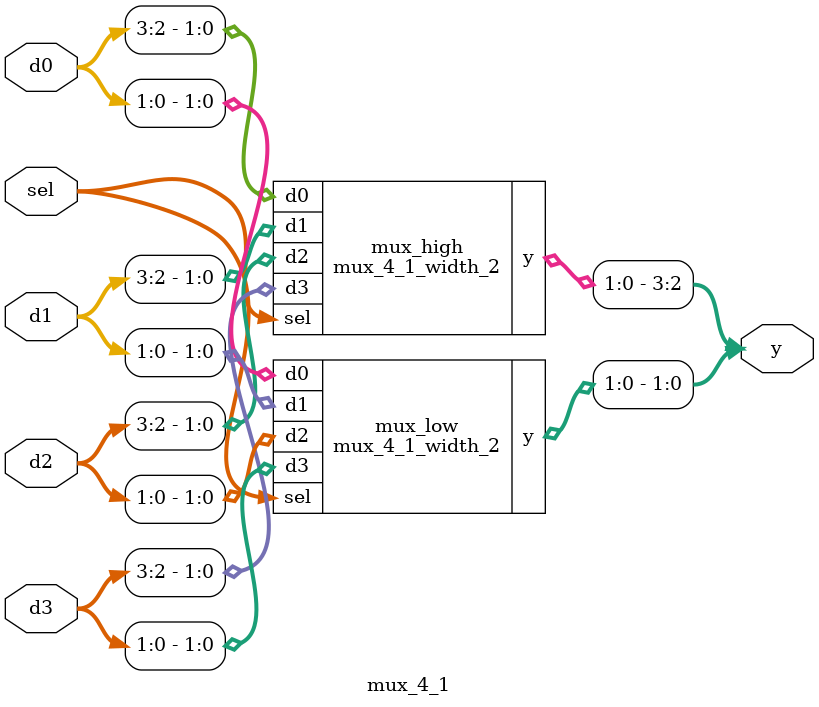
<source format=sv>

module mux_4_1_width_2
(
  input  [1:0] d0, d1, d2, d3,
  input  [1:0] sel,
  output [1:0] y
);

  assign y = sel [1] ? (sel [0] ? d3 : d2)
                     : (sel [0] ? d1 : d0);

endmodule

//----------------------------------------------------------------------------
// Task
//----------------------------------------------------------------------------

module mux_4_1
(
  input  [3:0] d0, d1, d2, d3,
  input  [1:0] sel,
  output [3:0] y
);

  // Task:
  // Implement mux_4_1 with 4-bit data
  // using two instances of mux_4_1_width_2 with 2-bit data
  mux_4_1_width_2 mux_low(d0[1:0], d1[1:0], d2[1:0], d3[1:0], sel, y[1:0]);
  mux_4_1_width_2 mux_high(d0[3:2], d1[3:2], d2[3:2], d3[3:2], sel, y[3:2]);

endmodule

</source>
